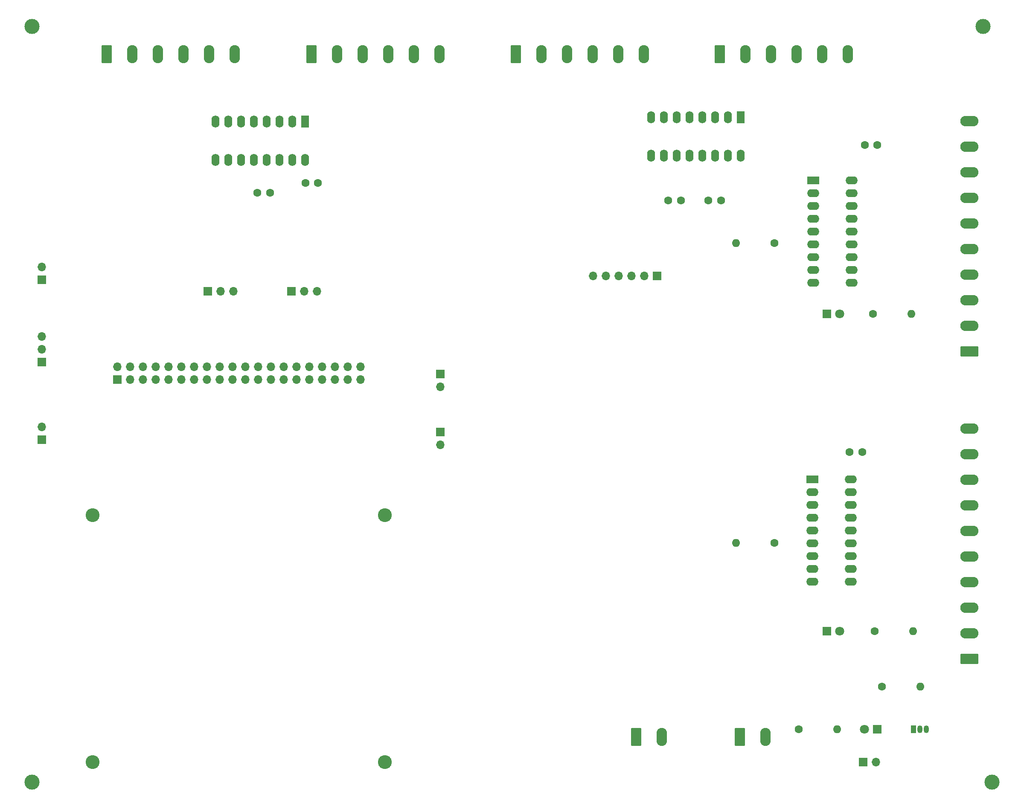
<source format=gbr>
%TF.GenerationSoftware,KiCad,Pcbnew,8.0.2*%
%TF.CreationDate,2024-07-09T15:06:59+02:00*%
%TF.ProjectId,PiADC-IO,50694144-432d-4494-9f2e-6b696361645f,1*%
%TF.SameCoordinates,Original*%
%TF.FileFunction,Soldermask,Bot*%
%TF.FilePolarity,Negative*%
%FSLAX46Y46*%
G04 Gerber Fmt 4.6, Leading zero omitted, Abs format (unit mm)*
G04 Created by KiCad (PCBNEW 8.0.2) date 2024-07-09 15:06:59*
%MOMM*%
%LPD*%
G01*
G04 APERTURE LIST*
G04 Aperture macros list*
%AMRoundRect*
0 Rectangle with rounded corners*
0 $1 Rounding radius*
0 $2 $3 $4 $5 $6 $7 $8 $9 X,Y pos of 4 corners*
0 Add a 4 corners polygon primitive as box body*
4,1,4,$2,$3,$4,$5,$6,$7,$8,$9,$2,$3,0*
0 Add four circle primitives for the rounded corners*
1,1,$1+$1,$2,$3*
1,1,$1+$1,$4,$5*
1,1,$1+$1,$6,$7*
1,1,$1+$1,$8,$9*
0 Add four rect primitives between the rounded corners*
20,1,$1+$1,$2,$3,$4,$5,0*
20,1,$1+$1,$4,$5,$6,$7,0*
20,1,$1+$1,$6,$7,$8,$9,0*
20,1,$1+$1,$8,$9,$2,$3,0*%
G04 Aperture macros list end*
%ADD10C,1.600000*%
%ADD11R,1.700000X1.700000*%
%ADD12O,1.700000X1.700000*%
%ADD13O,1.600000X1.600000*%
%ADD14RoundRect,0.249999X-0.790001X-1.550001X0.790001X-1.550001X0.790001X1.550001X-0.790001X1.550001X0*%
%ADD15O,2.080000X3.600000*%
%ADD16RoundRect,0.249999X1.550001X-0.790001X1.550001X0.790001X-1.550001X0.790001X-1.550001X-0.790001X0*%
%ADD17O,3.600000X2.080000*%
%ADD18C,3.000000*%
%ADD19C,2.750000*%
%ADD20R,1.600000X2.400000*%
%ADD21O,1.600000X2.400000*%
%ADD22R,2.400000X1.600000*%
%ADD23O,2.400000X1.600000*%
%ADD24R,1.800000X1.800000*%
%ADD25C,1.800000*%
%ADD26R,1.050000X1.500000*%
%ADD27O,1.050000X1.500000*%
G04 APERTURE END LIST*
D10*
%TO.C,C1*%
X79750000Y-52500000D03*
X82250000Y-52500000D03*
%TD*%
D11*
%TO.C,J22*%
X199960000Y-165500000D03*
D12*
X202500000Y-165500000D03*
%TD*%
D11*
%TO.C,J1*%
X37000000Y-86080000D03*
D12*
X37000000Y-83540000D03*
X37000000Y-81000000D03*
%TD*%
D10*
%TO.C,R5*%
X203690000Y-150500000D03*
D13*
X211310000Y-150500000D03*
%TD*%
D14*
%TO.C,J21*%
X154920000Y-160500000D03*
D15*
X160000000Y-160500000D03*
%TD*%
D16*
%TO.C,J5*%
X221000000Y-84000000D03*
D17*
X221000000Y-78920000D03*
X221000000Y-73840000D03*
X221000000Y-68760000D03*
X221000000Y-63680000D03*
X221000000Y-58600000D03*
X221000000Y-53520000D03*
X221000000Y-48440000D03*
X221000000Y-43360000D03*
X221000000Y-38280000D03*
%TD*%
D14*
%TO.C,J8*%
X131000000Y-25000000D03*
D15*
X136080000Y-25000000D03*
X141160000Y-25000000D03*
X146240000Y-25000000D03*
X151320000Y-25000000D03*
X156400000Y-25000000D03*
%TD*%
D11*
%TO.C,J19*%
X116000000Y-88460000D03*
D12*
X116000000Y-91000000D03*
%TD*%
D14*
%TO.C,J11*%
X90500000Y-25000000D03*
D15*
X95580000Y-25000000D03*
X100660000Y-25000000D03*
X105740000Y-25000000D03*
X110820000Y-25000000D03*
X115900000Y-25000000D03*
%TD*%
D18*
%TO.C,H4*%
X225500000Y-169500000D03*
%TD*%
D10*
%TO.C,C6*%
X197250000Y-104000000D03*
X199750000Y-104000000D03*
%TD*%
D11*
%TO.C,J6*%
X69920000Y-72000000D03*
D12*
X72460000Y-72000000D03*
X75000000Y-72000000D03*
%TD*%
D19*
%TO.C,J2*%
X105000000Y-165500000D03*
X105000000Y-116500000D03*
X47000000Y-165500000D03*
X47000000Y-116500000D03*
%TD*%
D10*
%TO.C,R4*%
X202190000Y-139500000D03*
D13*
X209810000Y-139500000D03*
%TD*%
D18*
%TO.C,H2*%
X35000000Y-19500000D03*
%TD*%
D10*
%TO.C,R1*%
X182310000Y-62500000D03*
D13*
X174690000Y-62500000D03*
%TD*%
D11*
%TO.C,J3*%
X37000000Y-101500000D03*
D12*
X37000000Y-98960000D03*
%TD*%
D14*
%TO.C,J16*%
X175500000Y-160500000D03*
D15*
X180580000Y-160500000D03*
%TD*%
D11*
%TO.C,J18*%
X116000000Y-100000000D03*
D12*
X116000000Y-102540000D03*
%TD*%
D11*
%TO.C,J17*%
X86475000Y-72000000D03*
D12*
X89015000Y-72000000D03*
X91555000Y-72000000D03*
%TD*%
D20*
%TO.C,U3*%
X175660000Y-37500000D03*
D21*
X173120000Y-37500000D03*
X170580000Y-37500000D03*
X168040000Y-37500000D03*
X165500000Y-37500000D03*
X162960000Y-37500000D03*
X160420000Y-37500000D03*
X157880000Y-37500000D03*
X157880000Y-45120000D03*
X160420000Y-45120000D03*
X162960000Y-45120000D03*
X165500000Y-45120000D03*
X168040000Y-45120000D03*
X170580000Y-45120000D03*
X173120000Y-45120000D03*
X175660000Y-45120000D03*
%TD*%
D14*
%TO.C,J10*%
X49800000Y-25000000D03*
D15*
X54880000Y-25000000D03*
X59960000Y-25000000D03*
X65040000Y-25000000D03*
X70120000Y-25000000D03*
X75200000Y-25000000D03*
%TD*%
D14*
%TO.C,J9*%
X171500000Y-25000000D03*
D15*
X176580000Y-25000000D03*
X181660000Y-25000000D03*
X186740000Y-25000000D03*
X191820000Y-25000000D03*
X196900000Y-25000000D03*
%TD*%
D22*
%TO.C,U1*%
X189880000Y-109420000D03*
D23*
X189880000Y-111960000D03*
X189880000Y-114500000D03*
X189880000Y-117040000D03*
X189880000Y-119580000D03*
X189880000Y-122120000D03*
X189880000Y-124660000D03*
X189880000Y-127200000D03*
X189880000Y-129740000D03*
X197500000Y-129740000D03*
X197500000Y-127200000D03*
X197500000Y-124660000D03*
X197500000Y-122120000D03*
X197500000Y-119580000D03*
X197500000Y-117040000D03*
X197500000Y-114500000D03*
X197500000Y-111960000D03*
X197500000Y-109420000D03*
%TD*%
D10*
%TO.C,C2*%
X89250000Y-50500000D03*
X91750000Y-50500000D03*
%TD*%
D11*
%TO.C,J20*%
X159040000Y-69000000D03*
D12*
X156500000Y-69000000D03*
X153960000Y-69000000D03*
X151420000Y-69000000D03*
X148880000Y-69000000D03*
X146340000Y-69000000D03*
%TD*%
D18*
%TO.C,H3*%
X35000000Y-169500000D03*
%TD*%
D11*
%TO.C,J4*%
X37000000Y-69775000D03*
D12*
X37000000Y-67235000D03*
%TD*%
D16*
%TO.C,J13*%
X221000000Y-145000000D03*
D17*
X221000000Y-139920000D03*
X221000000Y-134840000D03*
X221000000Y-129760000D03*
X221000000Y-124680000D03*
X221000000Y-119600000D03*
X221000000Y-114520000D03*
X221000000Y-109440000D03*
X221000000Y-104360000D03*
X221000000Y-99280000D03*
%TD*%
D10*
%TO.C,R2*%
X201880000Y-76500000D03*
D13*
X209500000Y-76500000D03*
%TD*%
D10*
%TO.C,C3*%
X161250000Y-54000000D03*
X163750000Y-54000000D03*
%TD*%
D18*
%TO.C,H1*%
X223725000Y-19500000D03*
%TD*%
D10*
%TO.C,C5*%
X200250000Y-43000000D03*
X202750000Y-43000000D03*
%TD*%
%TO.C,R6*%
X187190000Y-159000000D03*
D13*
X194810000Y-159000000D03*
%TD*%
D24*
%TO.C,D1*%
X192725000Y-139500000D03*
D25*
X195265000Y-139500000D03*
%TD*%
D24*
%TO.C,D2*%
X202775000Y-159000000D03*
D25*
X200235000Y-159000000D03*
%TD*%
D22*
%TO.C,U5*%
X190000000Y-50000000D03*
D23*
X190000000Y-52540000D03*
X190000000Y-55080000D03*
X190000000Y-57620000D03*
X190000000Y-60160000D03*
X190000000Y-62700000D03*
X190000000Y-65240000D03*
X190000000Y-67780000D03*
X190000000Y-70320000D03*
X197620000Y-70320000D03*
X197620000Y-67780000D03*
X197620000Y-65240000D03*
X197620000Y-62700000D03*
X197620000Y-60160000D03*
X197620000Y-57620000D03*
X197620000Y-55080000D03*
X197620000Y-52540000D03*
X197620000Y-50000000D03*
%TD*%
D20*
%TO.C,U2*%
X89200000Y-38380000D03*
D21*
X86660000Y-38380000D03*
X84120000Y-38380000D03*
X81580000Y-38380000D03*
X79040000Y-38380000D03*
X76500000Y-38380000D03*
X73960000Y-38380000D03*
X71420000Y-38380000D03*
X71420000Y-46000000D03*
X73960000Y-46000000D03*
X76500000Y-46000000D03*
X79040000Y-46000000D03*
X81580000Y-46000000D03*
X84120000Y-46000000D03*
X86660000Y-46000000D03*
X89200000Y-46000000D03*
%TD*%
D10*
%TO.C,C4*%
X169250000Y-54000000D03*
X171750000Y-54000000D03*
%TD*%
D26*
%TO.C,Q1*%
X209960000Y-159000000D03*
D27*
X211230000Y-159000000D03*
X212500000Y-159000000D03*
%TD*%
D24*
%TO.C,D3*%
X192725000Y-76500000D03*
D25*
X195265000Y-76500000D03*
%TD*%
D10*
%TO.C,R3*%
X182310000Y-122000000D03*
D13*
X174690000Y-122000000D03*
%TD*%
D11*
%TO.C,J15*%
X51920000Y-89540000D03*
D12*
X51920000Y-87000000D03*
X54460000Y-89540000D03*
X54460000Y-87000000D03*
X57000000Y-89540000D03*
X57000000Y-87000000D03*
X59540000Y-89540000D03*
X59540000Y-87000000D03*
X62080000Y-89540000D03*
X62080000Y-87000000D03*
X64620000Y-89540000D03*
X64620000Y-87000000D03*
X67160000Y-89540000D03*
X67160000Y-87000000D03*
X69700000Y-89540000D03*
X69700000Y-87000000D03*
X72240000Y-89540000D03*
X72240000Y-87000000D03*
X74780000Y-89540000D03*
X74780000Y-87000000D03*
X77320000Y-89540000D03*
X77320000Y-87000000D03*
X79860000Y-89540000D03*
X79860000Y-87000000D03*
X82400000Y-89540000D03*
X82400000Y-87000000D03*
X84940000Y-89540000D03*
X84940000Y-87000000D03*
X87480000Y-89540000D03*
X87480000Y-87000000D03*
X90020000Y-89540000D03*
X90020000Y-87000000D03*
X92560000Y-89540000D03*
X92560000Y-87000000D03*
X95100000Y-89540000D03*
X95100000Y-87000000D03*
X97640000Y-89540000D03*
X97640000Y-87000000D03*
X100180000Y-89540000D03*
X100180000Y-87000000D03*
%TD*%
M02*

</source>
